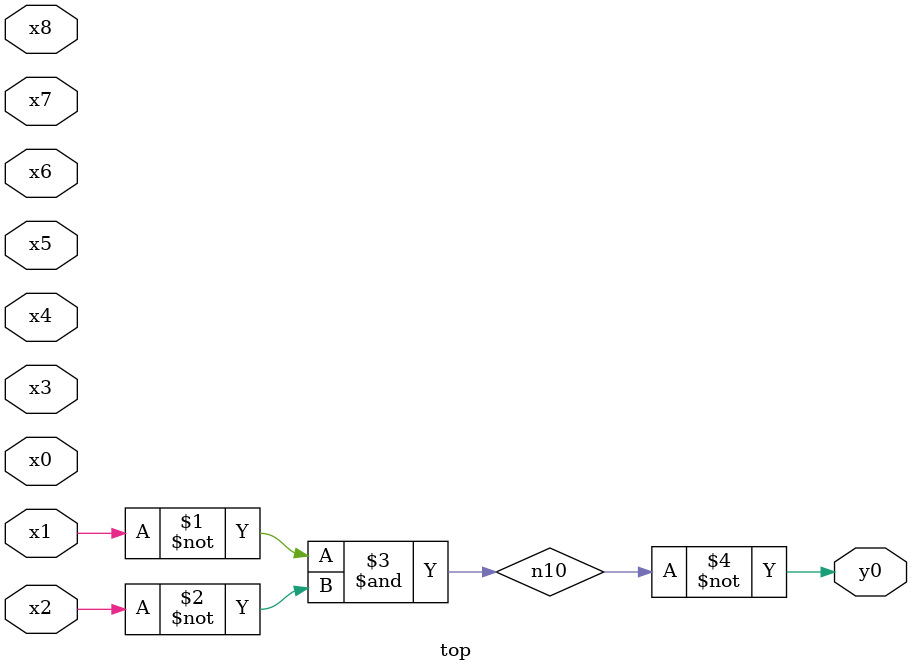
<source format=v>
module top( x0 , x1 , x2 , x3 , x4 , x5 , x6 , x7 , x8 , y0 );
  input x0 , x1 , x2 , x3 , x4 , x5 , x6 , x7 , x8 ;
  output y0 ;
  wire n10 ;
  assign n10 = ~x1 & ~x2 ;
  assign y0 = ~n10 ;
endmodule

</source>
